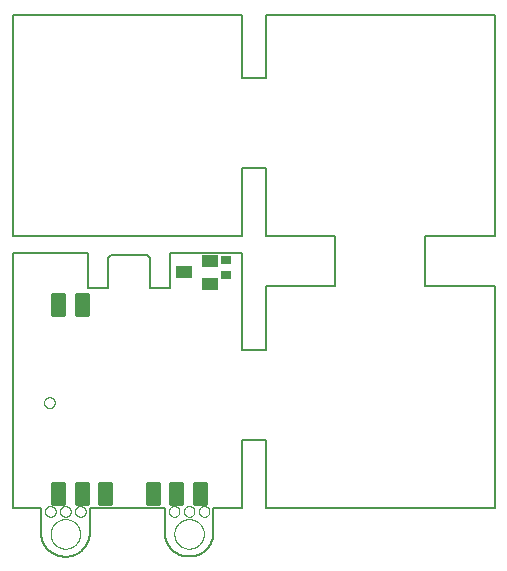
<source format=gbp>
G75*
%MOIN*%
%OFA0B0*%
%FSLAX25Y25*%
%IPPOS*%
%LPD*%
%AMOC8*
5,1,8,0,0,1.08239X$1,22.5*
%
%ADD10C,0.00500*%
%ADD11C,0.00000*%
%ADD12C,0.01000*%
%ADD13R,0.05512X0.03937*%
%ADD14R,0.03543X0.02756*%
D10*
X0012550Y0010080D02*
X0012550Y0017580D01*
X0003175Y0017580D01*
X0003175Y0102541D01*
X0028175Y0102541D01*
X0028175Y0090705D01*
X0035050Y0090705D01*
X0035050Y0100901D01*
X0036027Y0101877D01*
X0047823Y0101877D01*
X0048800Y0100901D01*
X0048800Y0090705D01*
X0055675Y0090705D01*
X0055675Y0102580D01*
X0079425Y0102580D01*
X0079425Y0070080D01*
X0087550Y0070080D01*
X0087550Y0091330D01*
X0110675Y0091330D01*
X0110675Y0108205D01*
X0087550Y0108205D01*
X0087550Y0130705D01*
X0079425Y0130705D01*
X0079425Y0108205D01*
X0003175Y0108205D01*
X0003175Y0181955D01*
X0079425Y0181955D01*
X0079425Y0160705D01*
X0087550Y0160705D01*
X0087550Y0181955D01*
X0163800Y0181955D01*
X0163800Y0108205D01*
X0140675Y0108205D01*
X0140675Y0091330D01*
X0163800Y0091330D01*
X0163800Y0017580D01*
X0087550Y0017580D01*
X0087550Y0040080D01*
X0079425Y0040080D01*
X0079425Y0017580D01*
X0070050Y0017580D01*
X0070050Y0008830D01*
X0070032Y0008632D01*
X0070010Y0008435D01*
X0069983Y0008239D01*
X0069951Y0008043D01*
X0069914Y0007848D01*
X0069872Y0007654D01*
X0069826Y0007461D01*
X0069775Y0007269D01*
X0069720Y0007078D01*
X0069660Y0006889D01*
X0069595Y0006702D01*
X0069525Y0006516D01*
X0069452Y0006331D01*
X0069373Y0006149D01*
X0069291Y0005969D01*
X0069204Y0005790D01*
X0069112Y0005614D01*
X0069016Y0005440D01*
X0068917Y0005269D01*
X0068813Y0005100D01*
X0068705Y0004933D01*
X0068592Y0004770D01*
X0068476Y0004609D01*
X0068356Y0004451D01*
X0068233Y0004296D01*
X0068105Y0004143D01*
X0067974Y0003995D01*
X0067839Y0003849D01*
X0067701Y0003706D01*
X0067559Y0003568D01*
X0067414Y0003432D01*
X0067266Y0003300D01*
X0067114Y0003172D01*
X0066960Y0003047D01*
X0066802Y0002927D01*
X0066642Y0002810D01*
X0066479Y0002697D01*
X0066313Y0002588D01*
X0066144Y0002483D01*
X0065973Y0002383D01*
X0065800Y0002286D01*
X0065624Y0002194D01*
X0065446Y0002106D01*
X0065266Y0002022D01*
X0065084Y0001943D01*
X0064900Y0001869D01*
X0064715Y0001798D01*
X0064528Y0001733D01*
X0064339Y0001672D01*
X0064148Y0001615D01*
X0063957Y0001563D01*
X0063764Y0001516D01*
X0063570Y0001474D01*
X0063375Y0001436D01*
X0063180Y0001403D01*
X0062983Y0001375D01*
X0062786Y0001352D01*
X0062589Y0001333D01*
X0062391Y0001319D01*
X0062192Y0001310D01*
X0061994Y0001306D01*
X0061796Y0001307D01*
X0061597Y0001313D01*
X0061399Y0001323D01*
X0061201Y0001338D01*
X0061004Y0001358D01*
X0060807Y0001383D01*
X0060611Y0001413D01*
X0060415Y0001447D01*
X0060221Y0001486D01*
X0060027Y0001530D01*
X0059835Y0001579D01*
X0059643Y0001632D01*
X0059454Y0001690D01*
X0059265Y0001752D01*
X0059078Y0001819D01*
X0058893Y0001891D01*
X0058710Y0001967D01*
X0058529Y0002047D01*
X0058349Y0002132D01*
X0058172Y0002222D01*
X0057997Y0002315D01*
X0057824Y0002413D01*
X0057654Y0002515D01*
X0057486Y0002621D01*
X0057321Y0002731D01*
X0057159Y0002845D01*
X0056999Y0002963D01*
X0056843Y0003085D01*
X0056689Y0003211D01*
X0056539Y0003340D01*
X0056391Y0003473D01*
X0056247Y0003610D01*
X0056107Y0003750D01*
X0055969Y0003893D01*
X0055836Y0004040D01*
X0055706Y0004189D01*
X0055579Y0004342D01*
X0055457Y0004499D01*
X0055338Y0004657D01*
X0055223Y0004819D01*
X0055112Y0004984D01*
X0055005Y0005151D01*
X0054903Y0005321D01*
X0054804Y0005493D01*
X0054710Y0005668D01*
X0054619Y0005845D01*
X0054534Y0006024D01*
X0054452Y0006205D01*
X0054375Y0006387D01*
X0054303Y0006572D01*
X0054235Y0006759D01*
X0054172Y0006947D01*
X0054113Y0007136D01*
X0054059Y0007327D01*
X0054009Y0007519D01*
X0053964Y0007713D01*
X0053924Y0007907D01*
X0053889Y0008102D01*
X0053858Y0008298D01*
X0053833Y0008495D01*
X0053812Y0008693D01*
X0053796Y0008890D01*
X0053784Y0009088D01*
X0053778Y0009287D01*
X0053776Y0009485D01*
X0053779Y0009684D01*
X0053787Y0009882D01*
X0053800Y0010080D01*
X0053800Y0017580D01*
X0028800Y0017580D01*
X0028800Y0010080D01*
X0028814Y0009881D01*
X0028823Y0009681D01*
X0028828Y0009482D01*
X0028827Y0009282D01*
X0028822Y0009082D01*
X0028811Y0008883D01*
X0028796Y0008683D01*
X0028776Y0008485D01*
X0028751Y0008286D01*
X0028721Y0008089D01*
X0028687Y0007892D01*
X0028647Y0007696D01*
X0028603Y0007502D01*
X0028554Y0007308D01*
X0028500Y0007115D01*
X0028442Y0006924D01*
X0028379Y0006735D01*
X0028311Y0006547D01*
X0028239Y0006361D01*
X0028162Y0006176D01*
X0028081Y0005994D01*
X0027995Y0005813D01*
X0027905Y0005635D01*
X0027811Y0005459D01*
X0027712Y0005285D01*
X0027609Y0005114D01*
X0027502Y0004946D01*
X0027390Y0004780D01*
X0027275Y0004617D01*
X0027156Y0004456D01*
X0027033Y0004299D01*
X0026906Y0004145D01*
X0026775Y0003994D01*
X0026641Y0003846D01*
X0026503Y0003701D01*
X0026361Y0003560D01*
X0026216Y0003423D01*
X0026068Y0003289D01*
X0025917Y0003158D01*
X0025762Y0003032D01*
X0025605Y0002909D01*
X0025444Y0002790D01*
X0025281Y0002676D01*
X0025114Y0002565D01*
X0024946Y0002458D01*
X0024774Y0002355D01*
X0024600Y0002257D01*
X0024424Y0002163D01*
X0024245Y0002073D01*
X0024065Y0001988D01*
X0023882Y0001907D01*
X0023698Y0001831D01*
X0023511Y0001759D01*
X0023323Y0001692D01*
X0023133Y0001629D01*
X0022942Y0001572D01*
X0022750Y0001518D01*
X0022556Y0001470D01*
X0022361Y0001426D01*
X0022165Y0001387D01*
X0021968Y0001353D01*
X0021770Y0001324D01*
X0021572Y0001300D01*
X0021373Y0001280D01*
X0021174Y0001265D01*
X0020975Y0001256D01*
X0020775Y0001251D01*
X0020575Y0001251D01*
X0020375Y0001256D01*
X0020176Y0001265D01*
X0019977Y0001280D01*
X0019778Y0001300D01*
X0019580Y0001324D01*
X0019382Y0001353D01*
X0019185Y0001387D01*
X0018989Y0001426D01*
X0018794Y0001470D01*
X0018600Y0001518D01*
X0018408Y0001572D01*
X0018217Y0001629D01*
X0018027Y0001692D01*
X0017839Y0001759D01*
X0017652Y0001831D01*
X0017468Y0001907D01*
X0017285Y0001988D01*
X0017105Y0002073D01*
X0016926Y0002163D01*
X0016750Y0002257D01*
X0016576Y0002355D01*
X0016404Y0002458D01*
X0016236Y0002565D01*
X0016069Y0002676D01*
X0015906Y0002790D01*
X0015745Y0002909D01*
X0015588Y0003032D01*
X0015433Y0003158D01*
X0015282Y0003289D01*
X0015134Y0003423D01*
X0014989Y0003560D01*
X0014847Y0003701D01*
X0014709Y0003846D01*
X0014575Y0003994D01*
X0014444Y0004145D01*
X0014317Y0004299D01*
X0014194Y0004456D01*
X0014075Y0004617D01*
X0013960Y0004780D01*
X0013848Y0004946D01*
X0013741Y0005114D01*
X0013638Y0005285D01*
X0013539Y0005459D01*
X0013445Y0005635D01*
X0013355Y0005813D01*
X0013269Y0005994D01*
X0013188Y0006176D01*
X0013111Y0006361D01*
X0013039Y0006547D01*
X0012971Y0006735D01*
X0012908Y0006924D01*
X0012850Y0007115D01*
X0012796Y0007308D01*
X0012747Y0007502D01*
X0012703Y0007696D01*
X0012663Y0007892D01*
X0012629Y0008089D01*
X0012599Y0008286D01*
X0012574Y0008485D01*
X0012554Y0008683D01*
X0012539Y0008883D01*
X0012528Y0009082D01*
X0012523Y0009282D01*
X0012522Y0009482D01*
X0012527Y0009681D01*
X0012536Y0009881D01*
X0012550Y0010080D01*
D11*
X0013903Y0016330D02*
X0013905Y0016414D01*
X0013911Y0016497D01*
X0013921Y0016580D01*
X0013935Y0016663D01*
X0013952Y0016745D01*
X0013974Y0016826D01*
X0013999Y0016905D01*
X0014028Y0016984D01*
X0014061Y0017061D01*
X0014097Y0017136D01*
X0014137Y0017210D01*
X0014180Y0017282D01*
X0014227Y0017351D01*
X0014277Y0017418D01*
X0014330Y0017483D01*
X0014386Y0017545D01*
X0014444Y0017605D01*
X0014506Y0017662D01*
X0014570Y0017715D01*
X0014637Y0017766D01*
X0014706Y0017813D01*
X0014777Y0017858D01*
X0014850Y0017898D01*
X0014925Y0017935D01*
X0015002Y0017969D01*
X0015080Y0017999D01*
X0015159Y0018025D01*
X0015240Y0018048D01*
X0015322Y0018066D01*
X0015404Y0018081D01*
X0015487Y0018092D01*
X0015570Y0018099D01*
X0015654Y0018102D01*
X0015738Y0018101D01*
X0015821Y0018096D01*
X0015905Y0018087D01*
X0015987Y0018074D01*
X0016069Y0018058D01*
X0016150Y0018037D01*
X0016231Y0018013D01*
X0016309Y0017985D01*
X0016387Y0017953D01*
X0016463Y0017917D01*
X0016537Y0017878D01*
X0016609Y0017836D01*
X0016679Y0017790D01*
X0016747Y0017741D01*
X0016812Y0017689D01*
X0016875Y0017634D01*
X0016935Y0017576D01*
X0016993Y0017515D01*
X0017047Y0017451D01*
X0017099Y0017385D01*
X0017147Y0017317D01*
X0017192Y0017246D01*
X0017233Y0017173D01*
X0017272Y0017099D01*
X0017306Y0017023D01*
X0017337Y0016945D01*
X0017364Y0016866D01*
X0017388Y0016785D01*
X0017407Y0016704D01*
X0017423Y0016622D01*
X0017435Y0016539D01*
X0017443Y0016455D01*
X0017447Y0016372D01*
X0017447Y0016288D01*
X0017443Y0016205D01*
X0017435Y0016121D01*
X0017423Y0016038D01*
X0017407Y0015956D01*
X0017388Y0015875D01*
X0017364Y0015794D01*
X0017337Y0015715D01*
X0017306Y0015637D01*
X0017272Y0015561D01*
X0017233Y0015487D01*
X0017192Y0015414D01*
X0017147Y0015343D01*
X0017099Y0015275D01*
X0017047Y0015209D01*
X0016993Y0015145D01*
X0016935Y0015084D01*
X0016875Y0015026D01*
X0016812Y0014971D01*
X0016747Y0014919D01*
X0016679Y0014870D01*
X0016609Y0014824D01*
X0016537Y0014782D01*
X0016463Y0014743D01*
X0016387Y0014707D01*
X0016309Y0014675D01*
X0016231Y0014647D01*
X0016150Y0014623D01*
X0016069Y0014602D01*
X0015987Y0014586D01*
X0015905Y0014573D01*
X0015821Y0014564D01*
X0015738Y0014559D01*
X0015654Y0014558D01*
X0015570Y0014561D01*
X0015487Y0014568D01*
X0015404Y0014579D01*
X0015322Y0014594D01*
X0015240Y0014612D01*
X0015159Y0014635D01*
X0015080Y0014661D01*
X0015002Y0014691D01*
X0014925Y0014725D01*
X0014850Y0014762D01*
X0014777Y0014802D01*
X0014706Y0014847D01*
X0014637Y0014894D01*
X0014570Y0014945D01*
X0014506Y0014998D01*
X0014444Y0015055D01*
X0014386Y0015115D01*
X0014330Y0015177D01*
X0014277Y0015242D01*
X0014227Y0015309D01*
X0014180Y0015378D01*
X0014137Y0015450D01*
X0014097Y0015524D01*
X0014061Y0015599D01*
X0014028Y0015676D01*
X0013999Y0015755D01*
X0013974Y0015834D01*
X0013952Y0015915D01*
X0013935Y0015997D01*
X0013921Y0016080D01*
X0013911Y0016163D01*
X0013905Y0016246D01*
X0013903Y0016330D01*
X0018903Y0016330D02*
X0018905Y0016414D01*
X0018911Y0016497D01*
X0018921Y0016580D01*
X0018935Y0016663D01*
X0018952Y0016745D01*
X0018974Y0016826D01*
X0018999Y0016905D01*
X0019028Y0016984D01*
X0019061Y0017061D01*
X0019097Y0017136D01*
X0019137Y0017210D01*
X0019180Y0017282D01*
X0019227Y0017351D01*
X0019277Y0017418D01*
X0019330Y0017483D01*
X0019386Y0017545D01*
X0019444Y0017605D01*
X0019506Y0017662D01*
X0019570Y0017715D01*
X0019637Y0017766D01*
X0019706Y0017813D01*
X0019777Y0017858D01*
X0019850Y0017898D01*
X0019925Y0017935D01*
X0020002Y0017969D01*
X0020080Y0017999D01*
X0020159Y0018025D01*
X0020240Y0018048D01*
X0020322Y0018066D01*
X0020404Y0018081D01*
X0020487Y0018092D01*
X0020570Y0018099D01*
X0020654Y0018102D01*
X0020738Y0018101D01*
X0020821Y0018096D01*
X0020905Y0018087D01*
X0020987Y0018074D01*
X0021069Y0018058D01*
X0021150Y0018037D01*
X0021231Y0018013D01*
X0021309Y0017985D01*
X0021387Y0017953D01*
X0021463Y0017917D01*
X0021537Y0017878D01*
X0021609Y0017836D01*
X0021679Y0017790D01*
X0021747Y0017741D01*
X0021812Y0017689D01*
X0021875Y0017634D01*
X0021935Y0017576D01*
X0021993Y0017515D01*
X0022047Y0017451D01*
X0022099Y0017385D01*
X0022147Y0017317D01*
X0022192Y0017246D01*
X0022233Y0017173D01*
X0022272Y0017099D01*
X0022306Y0017023D01*
X0022337Y0016945D01*
X0022364Y0016866D01*
X0022388Y0016785D01*
X0022407Y0016704D01*
X0022423Y0016622D01*
X0022435Y0016539D01*
X0022443Y0016455D01*
X0022447Y0016372D01*
X0022447Y0016288D01*
X0022443Y0016205D01*
X0022435Y0016121D01*
X0022423Y0016038D01*
X0022407Y0015956D01*
X0022388Y0015875D01*
X0022364Y0015794D01*
X0022337Y0015715D01*
X0022306Y0015637D01*
X0022272Y0015561D01*
X0022233Y0015487D01*
X0022192Y0015414D01*
X0022147Y0015343D01*
X0022099Y0015275D01*
X0022047Y0015209D01*
X0021993Y0015145D01*
X0021935Y0015084D01*
X0021875Y0015026D01*
X0021812Y0014971D01*
X0021747Y0014919D01*
X0021679Y0014870D01*
X0021609Y0014824D01*
X0021537Y0014782D01*
X0021463Y0014743D01*
X0021387Y0014707D01*
X0021309Y0014675D01*
X0021231Y0014647D01*
X0021150Y0014623D01*
X0021069Y0014602D01*
X0020987Y0014586D01*
X0020905Y0014573D01*
X0020821Y0014564D01*
X0020738Y0014559D01*
X0020654Y0014558D01*
X0020570Y0014561D01*
X0020487Y0014568D01*
X0020404Y0014579D01*
X0020322Y0014594D01*
X0020240Y0014612D01*
X0020159Y0014635D01*
X0020080Y0014661D01*
X0020002Y0014691D01*
X0019925Y0014725D01*
X0019850Y0014762D01*
X0019777Y0014802D01*
X0019706Y0014847D01*
X0019637Y0014894D01*
X0019570Y0014945D01*
X0019506Y0014998D01*
X0019444Y0015055D01*
X0019386Y0015115D01*
X0019330Y0015177D01*
X0019277Y0015242D01*
X0019227Y0015309D01*
X0019180Y0015378D01*
X0019137Y0015450D01*
X0019097Y0015524D01*
X0019061Y0015599D01*
X0019028Y0015676D01*
X0018999Y0015755D01*
X0018974Y0015834D01*
X0018952Y0015915D01*
X0018935Y0015997D01*
X0018921Y0016080D01*
X0018911Y0016163D01*
X0018905Y0016246D01*
X0018903Y0016330D01*
X0023903Y0016330D02*
X0023905Y0016414D01*
X0023911Y0016497D01*
X0023921Y0016580D01*
X0023935Y0016663D01*
X0023952Y0016745D01*
X0023974Y0016826D01*
X0023999Y0016905D01*
X0024028Y0016984D01*
X0024061Y0017061D01*
X0024097Y0017136D01*
X0024137Y0017210D01*
X0024180Y0017282D01*
X0024227Y0017351D01*
X0024277Y0017418D01*
X0024330Y0017483D01*
X0024386Y0017545D01*
X0024444Y0017605D01*
X0024506Y0017662D01*
X0024570Y0017715D01*
X0024637Y0017766D01*
X0024706Y0017813D01*
X0024777Y0017858D01*
X0024850Y0017898D01*
X0024925Y0017935D01*
X0025002Y0017969D01*
X0025080Y0017999D01*
X0025159Y0018025D01*
X0025240Y0018048D01*
X0025322Y0018066D01*
X0025404Y0018081D01*
X0025487Y0018092D01*
X0025570Y0018099D01*
X0025654Y0018102D01*
X0025738Y0018101D01*
X0025821Y0018096D01*
X0025905Y0018087D01*
X0025987Y0018074D01*
X0026069Y0018058D01*
X0026150Y0018037D01*
X0026231Y0018013D01*
X0026309Y0017985D01*
X0026387Y0017953D01*
X0026463Y0017917D01*
X0026537Y0017878D01*
X0026609Y0017836D01*
X0026679Y0017790D01*
X0026747Y0017741D01*
X0026812Y0017689D01*
X0026875Y0017634D01*
X0026935Y0017576D01*
X0026993Y0017515D01*
X0027047Y0017451D01*
X0027099Y0017385D01*
X0027147Y0017317D01*
X0027192Y0017246D01*
X0027233Y0017173D01*
X0027272Y0017099D01*
X0027306Y0017023D01*
X0027337Y0016945D01*
X0027364Y0016866D01*
X0027388Y0016785D01*
X0027407Y0016704D01*
X0027423Y0016622D01*
X0027435Y0016539D01*
X0027443Y0016455D01*
X0027447Y0016372D01*
X0027447Y0016288D01*
X0027443Y0016205D01*
X0027435Y0016121D01*
X0027423Y0016038D01*
X0027407Y0015956D01*
X0027388Y0015875D01*
X0027364Y0015794D01*
X0027337Y0015715D01*
X0027306Y0015637D01*
X0027272Y0015561D01*
X0027233Y0015487D01*
X0027192Y0015414D01*
X0027147Y0015343D01*
X0027099Y0015275D01*
X0027047Y0015209D01*
X0026993Y0015145D01*
X0026935Y0015084D01*
X0026875Y0015026D01*
X0026812Y0014971D01*
X0026747Y0014919D01*
X0026679Y0014870D01*
X0026609Y0014824D01*
X0026537Y0014782D01*
X0026463Y0014743D01*
X0026387Y0014707D01*
X0026309Y0014675D01*
X0026231Y0014647D01*
X0026150Y0014623D01*
X0026069Y0014602D01*
X0025987Y0014586D01*
X0025905Y0014573D01*
X0025821Y0014564D01*
X0025738Y0014559D01*
X0025654Y0014558D01*
X0025570Y0014561D01*
X0025487Y0014568D01*
X0025404Y0014579D01*
X0025322Y0014594D01*
X0025240Y0014612D01*
X0025159Y0014635D01*
X0025080Y0014661D01*
X0025002Y0014691D01*
X0024925Y0014725D01*
X0024850Y0014762D01*
X0024777Y0014802D01*
X0024706Y0014847D01*
X0024637Y0014894D01*
X0024570Y0014945D01*
X0024506Y0014998D01*
X0024444Y0015055D01*
X0024386Y0015115D01*
X0024330Y0015177D01*
X0024277Y0015242D01*
X0024227Y0015309D01*
X0024180Y0015378D01*
X0024137Y0015450D01*
X0024097Y0015524D01*
X0024061Y0015599D01*
X0024028Y0015676D01*
X0023999Y0015755D01*
X0023974Y0015834D01*
X0023952Y0015915D01*
X0023935Y0015997D01*
X0023921Y0016080D01*
X0023911Y0016163D01*
X0023905Y0016246D01*
X0023903Y0016330D01*
X0015754Y0008830D02*
X0015756Y0008970D01*
X0015762Y0009110D01*
X0015772Y0009249D01*
X0015786Y0009388D01*
X0015804Y0009527D01*
X0015825Y0009665D01*
X0015851Y0009803D01*
X0015881Y0009940D01*
X0015914Y0010075D01*
X0015952Y0010210D01*
X0015993Y0010344D01*
X0016038Y0010477D01*
X0016086Y0010608D01*
X0016139Y0010737D01*
X0016195Y0010866D01*
X0016254Y0010992D01*
X0016318Y0011117D01*
X0016384Y0011240D01*
X0016455Y0011361D01*
X0016528Y0011480D01*
X0016605Y0011597D01*
X0016686Y0011711D01*
X0016769Y0011823D01*
X0016856Y0011933D01*
X0016946Y0012041D01*
X0017038Y0012145D01*
X0017134Y0012247D01*
X0017233Y0012347D01*
X0017334Y0012443D01*
X0017438Y0012537D01*
X0017545Y0012627D01*
X0017654Y0012714D01*
X0017766Y0012799D01*
X0017880Y0012880D01*
X0017996Y0012958D01*
X0018114Y0013032D01*
X0018235Y0013103D01*
X0018357Y0013171D01*
X0018482Y0013235D01*
X0018608Y0013296D01*
X0018735Y0013353D01*
X0018865Y0013406D01*
X0018996Y0013456D01*
X0019128Y0013501D01*
X0019261Y0013544D01*
X0019396Y0013582D01*
X0019531Y0013616D01*
X0019668Y0013647D01*
X0019805Y0013674D01*
X0019943Y0013696D01*
X0020082Y0013715D01*
X0020221Y0013730D01*
X0020360Y0013741D01*
X0020500Y0013748D01*
X0020640Y0013751D01*
X0020780Y0013750D01*
X0020920Y0013745D01*
X0021059Y0013736D01*
X0021199Y0013723D01*
X0021338Y0013706D01*
X0021476Y0013685D01*
X0021614Y0013661D01*
X0021751Y0013632D01*
X0021887Y0013600D01*
X0022022Y0013563D01*
X0022156Y0013523D01*
X0022289Y0013479D01*
X0022420Y0013431D01*
X0022550Y0013380D01*
X0022679Y0013325D01*
X0022806Y0013266D01*
X0022931Y0013203D01*
X0023054Y0013138D01*
X0023176Y0013068D01*
X0023295Y0012995D01*
X0023413Y0012919D01*
X0023528Y0012840D01*
X0023641Y0012757D01*
X0023751Y0012671D01*
X0023859Y0012582D01*
X0023964Y0012490D01*
X0024067Y0012395D01*
X0024167Y0012297D01*
X0024264Y0012197D01*
X0024358Y0012093D01*
X0024450Y0011987D01*
X0024538Y0011879D01*
X0024623Y0011768D01*
X0024705Y0011654D01*
X0024784Y0011538D01*
X0024859Y0011421D01*
X0024931Y0011301D01*
X0024999Y0011179D01*
X0025064Y0011055D01*
X0025126Y0010929D01*
X0025184Y0010802D01*
X0025238Y0010673D01*
X0025289Y0010542D01*
X0025335Y0010410D01*
X0025378Y0010277D01*
X0025418Y0010143D01*
X0025453Y0010008D01*
X0025485Y0009871D01*
X0025512Y0009734D01*
X0025536Y0009596D01*
X0025556Y0009458D01*
X0025572Y0009319D01*
X0025584Y0009179D01*
X0025592Y0009040D01*
X0025596Y0008900D01*
X0025596Y0008760D01*
X0025592Y0008620D01*
X0025584Y0008481D01*
X0025572Y0008341D01*
X0025556Y0008202D01*
X0025536Y0008064D01*
X0025512Y0007926D01*
X0025485Y0007789D01*
X0025453Y0007652D01*
X0025418Y0007517D01*
X0025378Y0007383D01*
X0025335Y0007250D01*
X0025289Y0007118D01*
X0025238Y0006987D01*
X0025184Y0006858D01*
X0025126Y0006731D01*
X0025064Y0006605D01*
X0024999Y0006481D01*
X0024931Y0006359D01*
X0024859Y0006239D01*
X0024784Y0006122D01*
X0024705Y0006006D01*
X0024623Y0005892D01*
X0024538Y0005781D01*
X0024450Y0005673D01*
X0024358Y0005567D01*
X0024264Y0005463D01*
X0024167Y0005363D01*
X0024067Y0005265D01*
X0023964Y0005170D01*
X0023859Y0005078D01*
X0023751Y0004989D01*
X0023641Y0004903D01*
X0023528Y0004820D01*
X0023413Y0004741D01*
X0023295Y0004665D01*
X0023176Y0004592D01*
X0023054Y0004522D01*
X0022931Y0004457D01*
X0022806Y0004394D01*
X0022679Y0004335D01*
X0022550Y0004280D01*
X0022420Y0004229D01*
X0022289Y0004181D01*
X0022156Y0004137D01*
X0022022Y0004097D01*
X0021887Y0004060D01*
X0021751Y0004028D01*
X0021614Y0003999D01*
X0021476Y0003975D01*
X0021338Y0003954D01*
X0021199Y0003937D01*
X0021059Y0003924D01*
X0020920Y0003915D01*
X0020780Y0003910D01*
X0020640Y0003909D01*
X0020500Y0003912D01*
X0020360Y0003919D01*
X0020221Y0003930D01*
X0020082Y0003945D01*
X0019943Y0003964D01*
X0019805Y0003986D01*
X0019668Y0004013D01*
X0019531Y0004044D01*
X0019396Y0004078D01*
X0019261Y0004116D01*
X0019128Y0004159D01*
X0018996Y0004204D01*
X0018865Y0004254D01*
X0018735Y0004307D01*
X0018608Y0004364D01*
X0018482Y0004425D01*
X0018357Y0004489D01*
X0018235Y0004557D01*
X0018114Y0004628D01*
X0017996Y0004702D01*
X0017880Y0004780D01*
X0017766Y0004861D01*
X0017654Y0004946D01*
X0017545Y0005033D01*
X0017438Y0005123D01*
X0017334Y0005217D01*
X0017233Y0005313D01*
X0017134Y0005413D01*
X0017038Y0005515D01*
X0016946Y0005619D01*
X0016856Y0005727D01*
X0016769Y0005837D01*
X0016686Y0005949D01*
X0016605Y0006063D01*
X0016528Y0006180D01*
X0016455Y0006299D01*
X0016384Y0006420D01*
X0016318Y0006543D01*
X0016254Y0006668D01*
X0016195Y0006794D01*
X0016139Y0006923D01*
X0016086Y0007052D01*
X0016038Y0007183D01*
X0015993Y0007316D01*
X0015952Y0007450D01*
X0015914Y0007585D01*
X0015881Y0007720D01*
X0015851Y0007857D01*
X0015825Y0007995D01*
X0015804Y0008133D01*
X0015786Y0008272D01*
X0015772Y0008411D01*
X0015762Y0008550D01*
X0015756Y0008690D01*
X0015754Y0008830D01*
X0013590Y0052580D02*
X0013592Y0052664D01*
X0013598Y0052747D01*
X0013608Y0052830D01*
X0013622Y0052913D01*
X0013639Y0052995D01*
X0013661Y0053076D01*
X0013686Y0053155D01*
X0013715Y0053234D01*
X0013748Y0053311D01*
X0013784Y0053386D01*
X0013824Y0053460D01*
X0013867Y0053532D01*
X0013914Y0053601D01*
X0013964Y0053668D01*
X0014017Y0053733D01*
X0014073Y0053795D01*
X0014131Y0053855D01*
X0014193Y0053912D01*
X0014257Y0053965D01*
X0014324Y0054016D01*
X0014393Y0054063D01*
X0014464Y0054108D01*
X0014537Y0054148D01*
X0014612Y0054185D01*
X0014689Y0054219D01*
X0014767Y0054249D01*
X0014846Y0054275D01*
X0014927Y0054298D01*
X0015009Y0054316D01*
X0015091Y0054331D01*
X0015174Y0054342D01*
X0015257Y0054349D01*
X0015341Y0054352D01*
X0015425Y0054351D01*
X0015508Y0054346D01*
X0015592Y0054337D01*
X0015674Y0054324D01*
X0015756Y0054308D01*
X0015837Y0054287D01*
X0015918Y0054263D01*
X0015996Y0054235D01*
X0016074Y0054203D01*
X0016150Y0054167D01*
X0016224Y0054128D01*
X0016296Y0054086D01*
X0016366Y0054040D01*
X0016434Y0053991D01*
X0016499Y0053939D01*
X0016562Y0053884D01*
X0016622Y0053826D01*
X0016680Y0053765D01*
X0016734Y0053701D01*
X0016786Y0053635D01*
X0016834Y0053567D01*
X0016879Y0053496D01*
X0016920Y0053423D01*
X0016959Y0053349D01*
X0016993Y0053273D01*
X0017024Y0053195D01*
X0017051Y0053116D01*
X0017075Y0053035D01*
X0017094Y0052954D01*
X0017110Y0052872D01*
X0017122Y0052789D01*
X0017130Y0052705D01*
X0017134Y0052622D01*
X0017134Y0052538D01*
X0017130Y0052455D01*
X0017122Y0052371D01*
X0017110Y0052288D01*
X0017094Y0052206D01*
X0017075Y0052125D01*
X0017051Y0052044D01*
X0017024Y0051965D01*
X0016993Y0051887D01*
X0016959Y0051811D01*
X0016920Y0051737D01*
X0016879Y0051664D01*
X0016834Y0051593D01*
X0016786Y0051525D01*
X0016734Y0051459D01*
X0016680Y0051395D01*
X0016622Y0051334D01*
X0016562Y0051276D01*
X0016499Y0051221D01*
X0016434Y0051169D01*
X0016366Y0051120D01*
X0016296Y0051074D01*
X0016224Y0051032D01*
X0016150Y0050993D01*
X0016074Y0050957D01*
X0015996Y0050925D01*
X0015918Y0050897D01*
X0015837Y0050873D01*
X0015756Y0050852D01*
X0015674Y0050836D01*
X0015592Y0050823D01*
X0015508Y0050814D01*
X0015425Y0050809D01*
X0015341Y0050808D01*
X0015257Y0050811D01*
X0015174Y0050818D01*
X0015091Y0050829D01*
X0015009Y0050844D01*
X0014927Y0050862D01*
X0014846Y0050885D01*
X0014767Y0050911D01*
X0014689Y0050941D01*
X0014612Y0050975D01*
X0014537Y0051012D01*
X0014464Y0051052D01*
X0014393Y0051097D01*
X0014324Y0051144D01*
X0014257Y0051195D01*
X0014193Y0051248D01*
X0014131Y0051305D01*
X0014073Y0051365D01*
X0014017Y0051427D01*
X0013964Y0051492D01*
X0013914Y0051559D01*
X0013867Y0051628D01*
X0013824Y0051700D01*
X0013784Y0051774D01*
X0013748Y0051849D01*
X0013715Y0051926D01*
X0013686Y0052005D01*
X0013661Y0052084D01*
X0013639Y0052165D01*
X0013622Y0052247D01*
X0013608Y0052330D01*
X0013598Y0052413D01*
X0013592Y0052496D01*
X0013590Y0052580D01*
X0055153Y0016330D02*
X0055155Y0016414D01*
X0055161Y0016497D01*
X0055171Y0016580D01*
X0055185Y0016663D01*
X0055202Y0016745D01*
X0055224Y0016826D01*
X0055249Y0016905D01*
X0055278Y0016984D01*
X0055311Y0017061D01*
X0055347Y0017136D01*
X0055387Y0017210D01*
X0055430Y0017282D01*
X0055477Y0017351D01*
X0055527Y0017418D01*
X0055580Y0017483D01*
X0055636Y0017545D01*
X0055694Y0017605D01*
X0055756Y0017662D01*
X0055820Y0017715D01*
X0055887Y0017766D01*
X0055956Y0017813D01*
X0056027Y0017858D01*
X0056100Y0017898D01*
X0056175Y0017935D01*
X0056252Y0017969D01*
X0056330Y0017999D01*
X0056409Y0018025D01*
X0056490Y0018048D01*
X0056572Y0018066D01*
X0056654Y0018081D01*
X0056737Y0018092D01*
X0056820Y0018099D01*
X0056904Y0018102D01*
X0056988Y0018101D01*
X0057071Y0018096D01*
X0057155Y0018087D01*
X0057237Y0018074D01*
X0057319Y0018058D01*
X0057400Y0018037D01*
X0057481Y0018013D01*
X0057559Y0017985D01*
X0057637Y0017953D01*
X0057713Y0017917D01*
X0057787Y0017878D01*
X0057859Y0017836D01*
X0057929Y0017790D01*
X0057997Y0017741D01*
X0058062Y0017689D01*
X0058125Y0017634D01*
X0058185Y0017576D01*
X0058243Y0017515D01*
X0058297Y0017451D01*
X0058349Y0017385D01*
X0058397Y0017317D01*
X0058442Y0017246D01*
X0058483Y0017173D01*
X0058522Y0017099D01*
X0058556Y0017023D01*
X0058587Y0016945D01*
X0058614Y0016866D01*
X0058638Y0016785D01*
X0058657Y0016704D01*
X0058673Y0016622D01*
X0058685Y0016539D01*
X0058693Y0016455D01*
X0058697Y0016372D01*
X0058697Y0016288D01*
X0058693Y0016205D01*
X0058685Y0016121D01*
X0058673Y0016038D01*
X0058657Y0015956D01*
X0058638Y0015875D01*
X0058614Y0015794D01*
X0058587Y0015715D01*
X0058556Y0015637D01*
X0058522Y0015561D01*
X0058483Y0015487D01*
X0058442Y0015414D01*
X0058397Y0015343D01*
X0058349Y0015275D01*
X0058297Y0015209D01*
X0058243Y0015145D01*
X0058185Y0015084D01*
X0058125Y0015026D01*
X0058062Y0014971D01*
X0057997Y0014919D01*
X0057929Y0014870D01*
X0057859Y0014824D01*
X0057787Y0014782D01*
X0057713Y0014743D01*
X0057637Y0014707D01*
X0057559Y0014675D01*
X0057481Y0014647D01*
X0057400Y0014623D01*
X0057319Y0014602D01*
X0057237Y0014586D01*
X0057155Y0014573D01*
X0057071Y0014564D01*
X0056988Y0014559D01*
X0056904Y0014558D01*
X0056820Y0014561D01*
X0056737Y0014568D01*
X0056654Y0014579D01*
X0056572Y0014594D01*
X0056490Y0014612D01*
X0056409Y0014635D01*
X0056330Y0014661D01*
X0056252Y0014691D01*
X0056175Y0014725D01*
X0056100Y0014762D01*
X0056027Y0014802D01*
X0055956Y0014847D01*
X0055887Y0014894D01*
X0055820Y0014945D01*
X0055756Y0014998D01*
X0055694Y0015055D01*
X0055636Y0015115D01*
X0055580Y0015177D01*
X0055527Y0015242D01*
X0055477Y0015309D01*
X0055430Y0015378D01*
X0055387Y0015450D01*
X0055347Y0015524D01*
X0055311Y0015599D01*
X0055278Y0015676D01*
X0055249Y0015755D01*
X0055224Y0015834D01*
X0055202Y0015915D01*
X0055185Y0015997D01*
X0055171Y0016080D01*
X0055161Y0016163D01*
X0055155Y0016246D01*
X0055153Y0016330D01*
X0060153Y0016330D02*
X0060155Y0016414D01*
X0060161Y0016497D01*
X0060171Y0016580D01*
X0060185Y0016663D01*
X0060202Y0016745D01*
X0060224Y0016826D01*
X0060249Y0016905D01*
X0060278Y0016984D01*
X0060311Y0017061D01*
X0060347Y0017136D01*
X0060387Y0017210D01*
X0060430Y0017282D01*
X0060477Y0017351D01*
X0060527Y0017418D01*
X0060580Y0017483D01*
X0060636Y0017545D01*
X0060694Y0017605D01*
X0060756Y0017662D01*
X0060820Y0017715D01*
X0060887Y0017766D01*
X0060956Y0017813D01*
X0061027Y0017858D01*
X0061100Y0017898D01*
X0061175Y0017935D01*
X0061252Y0017969D01*
X0061330Y0017999D01*
X0061409Y0018025D01*
X0061490Y0018048D01*
X0061572Y0018066D01*
X0061654Y0018081D01*
X0061737Y0018092D01*
X0061820Y0018099D01*
X0061904Y0018102D01*
X0061988Y0018101D01*
X0062071Y0018096D01*
X0062155Y0018087D01*
X0062237Y0018074D01*
X0062319Y0018058D01*
X0062400Y0018037D01*
X0062481Y0018013D01*
X0062559Y0017985D01*
X0062637Y0017953D01*
X0062713Y0017917D01*
X0062787Y0017878D01*
X0062859Y0017836D01*
X0062929Y0017790D01*
X0062997Y0017741D01*
X0063062Y0017689D01*
X0063125Y0017634D01*
X0063185Y0017576D01*
X0063243Y0017515D01*
X0063297Y0017451D01*
X0063349Y0017385D01*
X0063397Y0017317D01*
X0063442Y0017246D01*
X0063483Y0017173D01*
X0063522Y0017099D01*
X0063556Y0017023D01*
X0063587Y0016945D01*
X0063614Y0016866D01*
X0063638Y0016785D01*
X0063657Y0016704D01*
X0063673Y0016622D01*
X0063685Y0016539D01*
X0063693Y0016455D01*
X0063697Y0016372D01*
X0063697Y0016288D01*
X0063693Y0016205D01*
X0063685Y0016121D01*
X0063673Y0016038D01*
X0063657Y0015956D01*
X0063638Y0015875D01*
X0063614Y0015794D01*
X0063587Y0015715D01*
X0063556Y0015637D01*
X0063522Y0015561D01*
X0063483Y0015487D01*
X0063442Y0015414D01*
X0063397Y0015343D01*
X0063349Y0015275D01*
X0063297Y0015209D01*
X0063243Y0015145D01*
X0063185Y0015084D01*
X0063125Y0015026D01*
X0063062Y0014971D01*
X0062997Y0014919D01*
X0062929Y0014870D01*
X0062859Y0014824D01*
X0062787Y0014782D01*
X0062713Y0014743D01*
X0062637Y0014707D01*
X0062559Y0014675D01*
X0062481Y0014647D01*
X0062400Y0014623D01*
X0062319Y0014602D01*
X0062237Y0014586D01*
X0062155Y0014573D01*
X0062071Y0014564D01*
X0061988Y0014559D01*
X0061904Y0014558D01*
X0061820Y0014561D01*
X0061737Y0014568D01*
X0061654Y0014579D01*
X0061572Y0014594D01*
X0061490Y0014612D01*
X0061409Y0014635D01*
X0061330Y0014661D01*
X0061252Y0014691D01*
X0061175Y0014725D01*
X0061100Y0014762D01*
X0061027Y0014802D01*
X0060956Y0014847D01*
X0060887Y0014894D01*
X0060820Y0014945D01*
X0060756Y0014998D01*
X0060694Y0015055D01*
X0060636Y0015115D01*
X0060580Y0015177D01*
X0060527Y0015242D01*
X0060477Y0015309D01*
X0060430Y0015378D01*
X0060387Y0015450D01*
X0060347Y0015524D01*
X0060311Y0015599D01*
X0060278Y0015676D01*
X0060249Y0015755D01*
X0060224Y0015834D01*
X0060202Y0015915D01*
X0060185Y0015997D01*
X0060171Y0016080D01*
X0060161Y0016163D01*
X0060155Y0016246D01*
X0060153Y0016330D01*
X0057004Y0008830D02*
X0057006Y0008970D01*
X0057012Y0009110D01*
X0057022Y0009249D01*
X0057036Y0009388D01*
X0057054Y0009527D01*
X0057075Y0009665D01*
X0057101Y0009803D01*
X0057131Y0009940D01*
X0057164Y0010075D01*
X0057202Y0010210D01*
X0057243Y0010344D01*
X0057288Y0010477D01*
X0057336Y0010608D01*
X0057389Y0010737D01*
X0057445Y0010866D01*
X0057504Y0010992D01*
X0057568Y0011117D01*
X0057634Y0011240D01*
X0057705Y0011361D01*
X0057778Y0011480D01*
X0057855Y0011597D01*
X0057936Y0011711D01*
X0058019Y0011823D01*
X0058106Y0011933D01*
X0058196Y0012041D01*
X0058288Y0012145D01*
X0058384Y0012247D01*
X0058483Y0012347D01*
X0058584Y0012443D01*
X0058688Y0012537D01*
X0058795Y0012627D01*
X0058904Y0012714D01*
X0059016Y0012799D01*
X0059130Y0012880D01*
X0059246Y0012958D01*
X0059364Y0013032D01*
X0059485Y0013103D01*
X0059607Y0013171D01*
X0059732Y0013235D01*
X0059858Y0013296D01*
X0059985Y0013353D01*
X0060115Y0013406D01*
X0060246Y0013456D01*
X0060378Y0013501D01*
X0060511Y0013544D01*
X0060646Y0013582D01*
X0060781Y0013616D01*
X0060918Y0013647D01*
X0061055Y0013674D01*
X0061193Y0013696D01*
X0061332Y0013715D01*
X0061471Y0013730D01*
X0061610Y0013741D01*
X0061750Y0013748D01*
X0061890Y0013751D01*
X0062030Y0013750D01*
X0062170Y0013745D01*
X0062309Y0013736D01*
X0062449Y0013723D01*
X0062588Y0013706D01*
X0062726Y0013685D01*
X0062864Y0013661D01*
X0063001Y0013632D01*
X0063137Y0013600D01*
X0063272Y0013563D01*
X0063406Y0013523D01*
X0063539Y0013479D01*
X0063670Y0013431D01*
X0063800Y0013380D01*
X0063929Y0013325D01*
X0064056Y0013266D01*
X0064181Y0013203D01*
X0064304Y0013138D01*
X0064426Y0013068D01*
X0064545Y0012995D01*
X0064663Y0012919D01*
X0064778Y0012840D01*
X0064891Y0012757D01*
X0065001Y0012671D01*
X0065109Y0012582D01*
X0065214Y0012490D01*
X0065317Y0012395D01*
X0065417Y0012297D01*
X0065514Y0012197D01*
X0065608Y0012093D01*
X0065700Y0011987D01*
X0065788Y0011879D01*
X0065873Y0011768D01*
X0065955Y0011654D01*
X0066034Y0011538D01*
X0066109Y0011421D01*
X0066181Y0011301D01*
X0066249Y0011179D01*
X0066314Y0011055D01*
X0066376Y0010929D01*
X0066434Y0010802D01*
X0066488Y0010673D01*
X0066539Y0010542D01*
X0066585Y0010410D01*
X0066628Y0010277D01*
X0066668Y0010143D01*
X0066703Y0010008D01*
X0066735Y0009871D01*
X0066762Y0009734D01*
X0066786Y0009596D01*
X0066806Y0009458D01*
X0066822Y0009319D01*
X0066834Y0009179D01*
X0066842Y0009040D01*
X0066846Y0008900D01*
X0066846Y0008760D01*
X0066842Y0008620D01*
X0066834Y0008481D01*
X0066822Y0008341D01*
X0066806Y0008202D01*
X0066786Y0008064D01*
X0066762Y0007926D01*
X0066735Y0007789D01*
X0066703Y0007652D01*
X0066668Y0007517D01*
X0066628Y0007383D01*
X0066585Y0007250D01*
X0066539Y0007118D01*
X0066488Y0006987D01*
X0066434Y0006858D01*
X0066376Y0006731D01*
X0066314Y0006605D01*
X0066249Y0006481D01*
X0066181Y0006359D01*
X0066109Y0006239D01*
X0066034Y0006122D01*
X0065955Y0006006D01*
X0065873Y0005892D01*
X0065788Y0005781D01*
X0065700Y0005673D01*
X0065608Y0005567D01*
X0065514Y0005463D01*
X0065417Y0005363D01*
X0065317Y0005265D01*
X0065214Y0005170D01*
X0065109Y0005078D01*
X0065001Y0004989D01*
X0064891Y0004903D01*
X0064778Y0004820D01*
X0064663Y0004741D01*
X0064545Y0004665D01*
X0064426Y0004592D01*
X0064304Y0004522D01*
X0064181Y0004457D01*
X0064056Y0004394D01*
X0063929Y0004335D01*
X0063800Y0004280D01*
X0063670Y0004229D01*
X0063539Y0004181D01*
X0063406Y0004137D01*
X0063272Y0004097D01*
X0063137Y0004060D01*
X0063001Y0004028D01*
X0062864Y0003999D01*
X0062726Y0003975D01*
X0062588Y0003954D01*
X0062449Y0003937D01*
X0062309Y0003924D01*
X0062170Y0003915D01*
X0062030Y0003910D01*
X0061890Y0003909D01*
X0061750Y0003912D01*
X0061610Y0003919D01*
X0061471Y0003930D01*
X0061332Y0003945D01*
X0061193Y0003964D01*
X0061055Y0003986D01*
X0060918Y0004013D01*
X0060781Y0004044D01*
X0060646Y0004078D01*
X0060511Y0004116D01*
X0060378Y0004159D01*
X0060246Y0004204D01*
X0060115Y0004254D01*
X0059985Y0004307D01*
X0059858Y0004364D01*
X0059732Y0004425D01*
X0059607Y0004489D01*
X0059485Y0004557D01*
X0059364Y0004628D01*
X0059246Y0004702D01*
X0059130Y0004780D01*
X0059016Y0004861D01*
X0058904Y0004946D01*
X0058795Y0005033D01*
X0058688Y0005123D01*
X0058584Y0005217D01*
X0058483Y0005313D01*
X0058384Y0005413D01*
X0058288Y0005515D01*
X0058196Y0005619D01*
X0058106Y0005727D01*
X0058019Y0005837D01*
X0057936Y0005949D01*
X0057855Y0006063D01*
X0057778Y0006180D01*
X0057705Y0006299D01*
X0057634Y0006420D01*
X0057568Y0006543D01*
X0057504Y0006668D01*
X0057445Y0006794D01*
X0057389Y0006923D01*
X0057336Y0007052D01*
X0057288Y0007183D01*
X0057243Y0007316D01*
X0057202Y0007450D01*
X0057164Y0007585D01*
X0057131Y0007720D01*
X0057101Y0007857D01*
X0057075Y0007995D01*
X0057054Y0008133D01*
X0057036Y0008272D01*
X0057022Y0008411D01*
X0057012Y0008550D01*
X0057006Y0008690D01*
X0057004Y0008830D01*
X0065153Y0016330D02*
X0065155Y0016414D01*
X0065161Y0016497D01*
X0065171Y0016580D01*
X0065185Y0016663D01*
X0065202Y0016745D01*
X0065224Y0016826D01*
X0065249Y0016905D01*
X0065278Y0016984D01*
X0065311Y0017061D01*
X0065347Y0017136D01*
X0065387Y0017210D01*
X0065430Y0017282D01*
X0065477Y0017351D01*
X0065527Y0017418D01*
X0065580Y0017483D01*
X0065636Y0017545D01*
X0065694Y0017605D01*
X0065756Y0017662D01*
X0065820Y0017715D01*
X0065887Y0017766D01*
X0065956Y0017813D01*
X0066027Y0017858D01*
X0066100Y0017898D01*
X0066175Y0017935D01*
X0066252Y0017969D01*
X0066330Y0017999D01*
X0066409Y0018025D01*
X0066490Y0018048D01*
X0066572Y0018066D01*
X0066654Y0018081D01*
X0066737Y0018092D01*
X0066820Y0018099D01*
X0066904Y0018102D01*
X0066988Y0018101D01*
X0067071Y0018096D01*
X0067155Y0018087D01*
X0067237Y0018074D01*
X0067319Y0018058D01*
X0067400Y0018037D01*
X0067481Y0018013D01*
X0067559Y0017985D01*
X0067637Y0017953D01*
X0067713Y0017917D01*
X0067787Y0017878D01*
X0067859Y0017836D01*
X0067929Y0017790D01*
X0067997Y0017741D01*
X0068062Y0017689D01*
X0068125Y0017634D01*
X0068185Y0017576D01*
X0068243Y0017515D01*
X0068297Y0017451D01*
X0068349Y0017385D01*
X0068397Y0017317D01*
X0068442Y0017246D01*
X0068483Y0017173D01*
X0068522Y0017099D01*
X0068556Y0017023D01*
X0068587Y0016945D01*
X0068614Y0016866D01*
X0068638Y0016785D01*
X0068657Y0016704D01*
X0068673Y0016622D01*
X0068685Y0016539D01*
X0068693Y0016455D01*
X0068697Y0016372D01*
X0068697Y0016288D01*
X0068693Y0016205D01*
X0068685Y0016121D01*
X0068673Y0016038D01*
X0068657Y0015956D01*
X0068638Y0015875D01*
X0068614Y0015794D01*
X0068587Y0015715D01*
X0068556Y0015637D01*
X0068522Y0015561D01*
X0068483Y0015487D01*
X0068442Y0015414D01*
X0068397Y0015343D01*
X0068349Y0015275D01*
X0068297Y0015209D01*
X0068243Y0015145D01*
X0068185Y0015084D01*
X0068125Y0015026D01*
X0068062Y0014971D01*
X0067997Y0014919D01*
X0067929Y0014870D01*
X0067859Y0014824D01*
X0067787Y0014782D01*
X0067713Y0014743D01*
X0067637Y0014707D01*
X0067559Y0014675D01*
X0067481Y0014647D01*
X0067400Y0014623D01*
X0067319Y0014602D01*
X0067237Y0014586D01*
X0067155Y0014573D01*
X0067071Y0014564D01*
X0066988Y0014559D01*
X0066904Y0014558D01*
X0066820Y0014561D01*
X0066737Y0014568D01*
X0066654Y0014579D01*
X0066572Y0014594D01*
X0066490Y0014612D01*
X0066409Y0014635D01*
X0066330Y0014661D01*
X0066252Y0014691D01*
X0066175Y0014725D01*
X0066100Y0014762D01*
X0066027Y0014802D01*
X0065956Y0014847D01*
X0065887Y0014894D01*
X0065820Y0014945D01*
X0065756Y0014998D01*
X0065694Y0015055D01*
X0065636Y0015115D01*
X0065580Y0015177D01*
X0065527Y0015242D01*
X0065477Y0015309D01*
X0065430Y0015378D01*
X0065387Y0015450D01*
X0065347Y0015524D01*
X0065311Y0015599D01*
X0065278Y0015676D01*
X0065249Y0015755D01*
X0065224Y0015834D01*
X0065202Y0015915D01*
X0065185Y0015997D01*
X0065171Y0016080D01*
X0065161Y0016163D01*
X0065155Y0016246D01*
X0065153Y0016330D01*
D12*
X0063547Y0018897D02*
X0063547Y0025771D01*
X0067547Y0025771D01*
X0067547Y0018897D01*
X0063547Y0018897D01*
X0063547Y0019896D02*
X0067547Y0019896D01*
X0067547Y0020895D02*
X0063547Y0020895D01*
X0063547Y0021894D02*
X0067547Y0021894D01*
X0067547Y0022893D02*
X0063547Y0022893D01*
X0063547Y0023892D02*
X0067547Y0023892D01*
X0067547Y0024891D02*
X0063547Y0024891D01*
X0055673Y0025771D02*
X0055673Y0018897D01*
X0055673Y0025771D02*
X0059673Y0025771D01*
X0059673Y0018897D01*
X0055673Y0018897D01*
X0055673Y0019896D02*
X0059673Y0019896D01*
X0059673Y0020895D02*
X0055673Y0020895D01*
X0055673Y0021894D02*
X0059673Y0021894D01*
X0059673Y0022893D02*
X0055673Y0022893D01*
X0055673Y0023892D02*
X0059673Y0023892D01*
X0059673Y0024891D02*
X0055673Y0024891D01*
X0047799Y0025771D02*
X0047799Y0018897D01*
X0047799Y0025771D02*
X0051799Y0025771D01*
X0051799Y0018897D01*
X0047799Y0018897D01*
X0047799Y0019896D02*
X0051799Y0019896D01*
X0051799Y0020895D02*
X0047799Y0020895D01*
X0047799Y0021894D02*
X0051799Y0021894D01*
X0051799Y0022893D02*
X0047799Y0022893D01*
X0047799Y0023892D02*
X0051799Y0023892D01*
X0051799Y0024891D02*
X0047799Y0024891D01*
X0032051Y0025771D02*
X0032051Y0018897D01*
X0032051Y0025771D02*
X0036051Y0025771D01*
X0036051Y0018897D01*
X0032051Y0018897D01*
X0032051Y0019896D02*
X0036051Y0019896D01*
X0036051Y0020895D02*
X0032051Y0020895D01*
X0032051Y0021894D02*
X0036051Y0021894D01*
X0036051Y0022893D02*
X0032051Y0022893D01*
X0032051Y0023892D02*
X0036051Y0023892D01*
X0036051Y0024891D02*
X0032051Y0024891D01*
X0024177Y0025771D02*
X0024177Y0018897D01*
X0024177Y0025771D02*
X0028177Y0025771D01*
X0028177Y0018897D01*
X0024177Y0018897D01*
X0024177Y0019896D02*
X0028177Y0019896D01*
X0028177Y0020895D02*
X0024177Y0020895D01*
X0024177Y0021894D02*
X0028177Y0021894D01*
X0028177Y0022893D02*
X0024177Y0022893D01*
X0024177Y0023892D02*
X0028177Y0023892D01*
X0028177Y0024891D02*
X0024177Y0024891D01*
X0016303Y0025771D02*
X0016303Y0018897D01*
X0016303Y0025771D02*
X0020303Y0025771D01*
X0020303Y0018897D01*
X0016303Y0018897D01*
X0016303Y0019896D02*
X0020303Y0019896D01*
X0020303Y0020895D02*
X0016303Y0020895D01*
X0016303Y0021894D02*
X0020303Y0021894D01*
X0020303Y0022893D02*
X0016303Y0022893D01*
X0016303Y0023892D02*
X0020303Y0023892D01*
X0020303Y0024891D02*
X0016303Y0024891D01*
X0016303Y0081889D02*
X0016303Y0088763D01*
X0020303Y0088763D01*
X0020303Y0081889D01*
X0016303Y0081889D01*
X0016303Y0082888D02*
X0020303Y0082888D01*
X0020303Y0083887D02*
X0016303Y0083887D01*
X0016303Y0084886D02*
X0020303Y0084886D01*
X0020303Y0085885D02*
X0016303Y0085885D01*
X0016303Y0086884D02*
X0020303Y0086884D01*
X0020303Y0087883D02*
X0016303Y0087883D01*
X0024177Y0088763D02*
X0024177Y0081889D01*
X0024177Y0088763D02*
X0028177Y0088763D01*
X0028177Y0081889D01*
X0024177Y0081889D01*
X0024177Y0082888D02*
X0028177Y0082888D01*
X0028177Y0083887D02*
X0024177Y0083887D01*
X0024177Y0084886D02*
X0028177Y0084886D01*
X0028177Y0085885D02*
X0024177Y0085885D01*
X0024177Y0086884D02*
X0028177Y0086884D01*
X0028177Y0087883D02*
X0024177Y0087883D01*
D13*
X0060094Y0096018D03*
X0068756Y0099758D03*
X0068756Y0092278D03*
D14*
X0074113Y0095021D03*
X0074113Y0100139D03*
M02*

</source>
